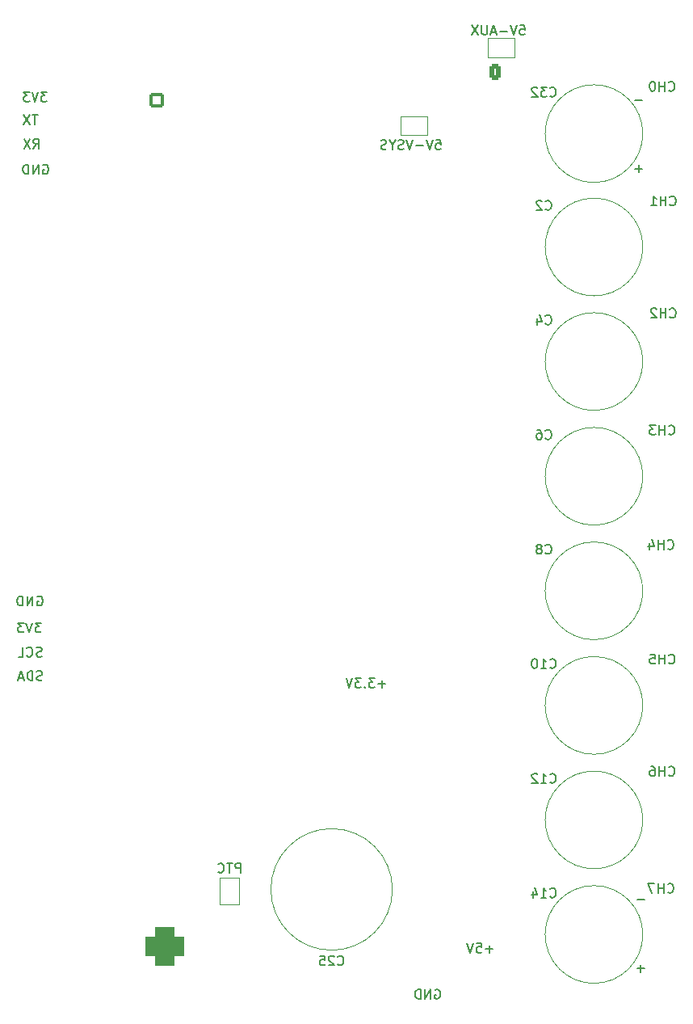
<source format=gbr>
%TF.GenerationSoftware,KiCad,Pcbnew,9.0.6*%
%TF.CreationDate,2025-11-30T21:04:56+01:00*%
%TF.ProjectId,controller,636f6e74-726f-46c6-9c65-722e6b696361,rev?*%
%TF.SameCoordinates,Original*%
%TF.FileFunction,Legend,Bot*%
%TF.FilePolarity,Positive*%
%FSLAX46Y46*%
G04 Gerber Fmt 4.6, Leading zero omitted, Abs format (unit mm)*
G04 Created by KiCad (PCBNEW 9.0.6) date 2025-11-30 21:04:56*
%MOMM*%
%LPD*%
G01*
G04 APERTURE LIST*
G04 Aperture macros list*
%AMRoundRect*
0 Rectangle with rounded corners*
0 $1 Rounding radius*
0 $2 $3 $4 $5 $6 $7 $8 $9 X,Y pos of 4 corners*
0 Add a 4 corners polygon primitive as box body*
4,1,4,$2,$3,$4,$5,$6,$7,$8,$9,$2,$3,0*
0 Add four circle primitives for the rounded corners*
1,1,$1+$1,$2,$3*
1,1,$1+$1,$4,$5*
1,1,$1+$1,$6,$7*
1,1,$1+$1,$8,$9*
0 Add four rect primitives between the rounded corners*
20,1,$1+$1,$2,$3,$4,$5,0*
20,1,$1+$1,$4,$5,$6,$7,0*
20,1,$1+$1,$6,$7,$8,$9,0*
20,1,$1+$1,$8,$9,$2,$3,0*%
%AMFreePoly0*
4,1,37,0.603843,0.796157,0.639018,0.796157,0.711114,0.766294,0.766294,0.711114,0.796157,0.639018,0.796157,0.603843,0.800000,0.600000,0.800000,-0.600000,0.796157,-0.603843,0.796157,-0.639018,0.766294,-0.711114,0.711114,-0.766294,0.639018,-0.796157,0.603843,-0.796157,0.600000,-0.800000,0.000000,-0.800000,0.000000,-0.796148,-0.078414,-0.796148,-0.232228,-0.765552,-0.377117,-0.705537,
-0.507515,-0.618408,-0.618408,-0.507515,-0.705537,-0.377117,-0.765552,-0.232228,-0.796148,-0.078414,-0.796148,0.078414,-0.765552,0.232228,-0.705537,0.377117,-0.618408,0.507515,-0.507515,0.618408,-0.377117,0.705537,-0.232228,0.765552,-0.078414,0.796148,0.000000,0.796148,0.000000,0.800000,0.600000,0.800000,0.603843,0.796157,0.603843,0.796157,$1*%
%AMFreePoly1*
4,1,37,0.000000,0.796148,0.078414,0.796148,0.232228,0.765552,0.377117,0.705537,0.507515,0.618408,0.618408,0.507515,0.705537,0.377117,0.765552,0.232228,0.796148,0.078414,0.796148,-0.078414,0.765552,-0.232228,0.705537,-0.377117,0.618408,-0.507515,0.507515,-0.618408,0.377117,-0.705537,0.232228,-0.765552,0.078414,-0.796148,0.000000,-0.796148,0.000000,-0.800000,-0.600000,-0.800000,
-0.603843,-0.796157,-0.639018,-0.796157,-0.711114,-0.766294,-0.766294,-0.711114,-0.796157,-0.639018,-0.796157,-0.603843,-0.800000,-0.600000,-0.800000,0.600000,-0.796157,0.603843,-0.796157,0.639018,-0.766294,0.711114,-0.711114,0.766294,-0.639018,0.796157,-0.603843,0.796157,-0.600000,0.800000,0.000000,0.800000,0.000000,0.796148,0.000000,0.796148,$1*%
G04 Aperture macros list end*
%ADD10C,0.150000*%
%ADD11C,0.120000*%
%ADD12C,2.200000*%
%ADD13C,1.850000*%
%ADD14RoundRect,0.200000X-0.600000X-0.600000X0.600000X-0.600000X0.600000X0.600000X-0.600000X0.600000X0*%
%ADD15C,1.600000*%
%ADD16FreePoly0,0.000000*%
%ADD17FreePoly1,0.000000*%
%ADD18C,2.000000*%
%ADD19R,1.700000X1.700000*%
%ADD20C,1.700000*%
%ADD21R,2.000000X2.000000*%
%ADD22C,3.600000*%
%ADD23C,5.700000*%
%ADD24R,2.000000X0.900000*%
%ADD25RoundRect,1.025000X1.025000X-1.025000X1.025000X1.025000X-1.025000X1.025000X-1.025000X-1.025000X0*%
%ADD26C,4.100000*%
%ADD27RoundRect,0.250000X0.350000X0.625000X-0.350000X0.625000X-0.350000X-0.625000X0.350000X-0.625000X0*%
%ADD28O,1.200000X1.750000*%
%ADD29R,1.000000X1.500000*%
%ADD30R,1.500000X1.000000*%
G04 APERTURE END LIST*
D10*
X104841792Y-73274580D02*
X104889411Y-73322200D01*
X104889411Y-73322200D02*
X105032268Y-73369819D01*
X105032268Y-73369819D02*
X105127506Y-73369819D01*
X105127506Y-73369819D02*
X105270363Y-73322200D01*
X105270363Y-73322200D02*
X105365601Y-73226961D01*
X105365601Y-73226961D02*
X105413220Y-73131723D01*
X105413220Y-73131723D02*
X105460839Y-72941247D01*
X105460839Y-72941247D02*
X105460839Y-72798390D01*
X105460839Y-72798390D02*
X105413220Y-72607914D01*
X105413220Y-72607914D02*
X105365601Y-72512676D01*
X105365601Y-72512676D02*
X105270363Y-72417438D01*
X105270363Y-72417438D02*
X105127506Y-72369819D01*
X105127506Y-72369819D02*
X105032268Y-72369819D01*
X105032268Y-72369819D02*
X104889411Y-72417438D01*
X104889411Y-72417438D02*
X104841792Y-72465057D01*
X104413220Y-73369819D02*
X104413220Y-72369819D01*
X104413220Y-72846009D02*
X103841792Y-72846009D01*
X103841792Y-73369819D02*
X103841792Y-72369819D01*
X103460839Y-72369819D02*
X102841792Y-72369819D01*
X102841792Y-72369819D02*
X103175125Y-72750771D01*
X103175125Y-72750771D02*
X103032268Y-72750771D01*
X103032268Y-72750771D02*
X102937030Y-72798390D01*
X102937030Y-72798390D02*
X102889411Y-72846009D01*
X102889411Y-72846009D02*
X102841792Y-72941247D01*
X102841792Y-72941247D02*
X102841792Y-73179342D01*
X102841792Y-73179342D02*
X102889411Y-73274580D01*
X102889411Y-73274580D02*
X102937030Y-73322200D01*
X102937030Y-73322200D02*
X103032268Y-73369819D01*
X103032268Y-73369819D02*
X103317982Y-73369819D01*
X103317982Y-73369819D02*
X103413220Y-73322200D01*
X103413220Y-73322200D02*
X103460839Y-73274580D01*
X104841792Y-109024580D02*
X104889411Y-109072200D01*
X104889411Y-109072200D02*
X105032268Y-109119819D01*
X105032268Y-109119819D02*
X105127506Y-109119819D01*
X105127506Y-109119819D02*
X105270363Y-109072200D01*
X105270363Y-109072200D02*
X105365601Y-108976961D01*
X105365601Y-108976961D02*
X105413220Y-108881723D01*
X105413220Y-108881723D02*
X105460839Y-108691247D01*
X105460839Y-108691247D02*
X105460839Y-108548390D01*
X105460839Y-108548390D02*
X105413220Y-108357914D01*
X105413220Y-108357914D02*
X105365601Y-108262676D01*
X105365601Y-108262676D02*
X105270363Y-108167438D01*
X105270363Y-108167438D02*
X105127506Y-108119819D01*
X105127506Y-108119819D02*
X105032268Y-108119819D01*
X105032268Y-108119819D02*
X104889411Y-108167438D01*
X104889411Y-108167438D02*
X104841792Y-108215057D01*
X104413220Y-109119819D02*
X104413220Y-108119819D01*
X104413220Y-108596009D02*
X103841792Y-108596009D01*
X103841792Y-109119819D02*
X103841792Y-108119819D01*
X102937030Y-108119819D02*
X103127506Y-108119819D01*
X103127506Y-108119819D02*
X103222744Y-108167438D01*
X103222744Y-108167438D02*
X103270363Y-108215057D01*
X103270363Y-108215057D02*
X103365601Y-108357914D01*
X103365601Y-108357914D02*
X103413220Y-108548390D01*
X103413220Y-108548390D02*
X103413220Y-108929342D01*
X103413220Y-108929342D02*
X103365601Y-109024580D01*
X103365601Y-109024580D02*
X103317982Y-109072200D01*
X103317982Y-109072200D02*
X103222744Y-109119819D01*
X103222744Y-109119819D02*
X103032268Y-109119819D01*
X103032268Y-109119819D02*
X102937030Y-109072200D01*
X102937030Y-109072200D02*
X102889411Y-109024580D01*
X102889411Y-109024580D02*
X102841792Y-108929342D01*
X102841792Y-108929342D02*
X102841792Y-108691247D01*
X102841792Y-108691247D02*
X102889411Y-108596009D01*
X102889411Y-108596009D02*
X102937030Y-108548390D01*
X102937030Y-108548390D02*
X103032268Y-108500771D01*
X103032268Y-108500771D02*
X103222744Y-108500771D01*
X103222744Y-108500771D02*
X103317982Y-108548390D01*
X103317982Y-108548390D02*
X103365601Y-108596009D01*
X103365601Y-108596009D02*
X103413220Y-108691247D01*
X38239410Y-43369819D02*
X38572743Y-42893628D01*
X38810838Y-43369819D02*
X38810838Y-42369819D01*
X38810838Y-42369819D02*
X38429886Y-42369819D01*
X38429886Y-42369819D02*
X38334648Y-42417438D01*
X38334648Y-42417438D02*
X38287029Y-42465057D01*
X38287029Y-42465057D02*
X38239410Y-42560295D01*
X38239410Y-42560295D02*
X38239410Y-42703152D01*
X38239410Y-42703152D02*
X38287029Y-42798390D01*
X38287029Y-42798390D02*
X38334648Y-42846009D01*
X38334648Y-42846009D02*
X38429886Y-42893628D01*
X38429886Y-42893628D02*
X38810838Y-42893628D01*
X37906076Y-42369819D02*
X37239410Y-43369819D01*
X37239410Y-42369819D02*
X37906076Y-43369819D01*
X104721792Y-121274580D02*
X104769411Y-121322200D01*
X104769411Y-121322200D02*
X104912268Y-121369819D01*
X104912268Y-121369819D02*
X105007506Y-121369819D01*
X105007506Y-121369819D02*
X105150363Y-121322200D01*
X105150363Y-121322200D02*
X105245601Y-121226961D01*
X105245601Y-121226961D02*
X105293220Y-121131723D01*
X105293220Y-121131723D02*
X105340839Y-120941247D01*
X105340839Y-120941247D02*
X105340839Y-120798390D01*
X105340839Y-120798390D02*
X105293220Y-120607914D01*
X105293220Y-120607914D02*
X105245601Y-120512676D01*
X105245601Y-120512676D02*
X105150363Y-120417438D01*
X105150363Y-120417438D02*
X105007506Y-120369819D01*
X105007506Y-120369819D02*
X104912268Y-120369819D01*
X104912268Y-120369819D02*
X104769411Y-120417438D01*
X104769411Y-120417438D02*
X104721792Y-120465057D01*
X104293220Y-121369819D02*
X104293220Y-120369819D01*
X104293220Y-120846009D02*
X103721792Y-120846009D01*
X103721792Y-121369819D02*
X103721792Y-120369819D01*
X103340839Y-120369819D02*
X102674173Y-120369819D01*
X102674173Y-120369819D02*
X103102744Y-121369819D01*
X39237029Y-45117438D02*
X39332267Y-45069819D01*
X39332267Y-45069819D02*
X39475124Y-45069819D01*
X39475124Y-45069819D02*
X39617981Y-45117438D01*
X39617981Y-45117438D02*
X39713219Y-45212676D01*
X39713219Y-45212676D02*
X39760838Y-45307914D01*
X39760838Y-45307914D02*
X39808457Y-45498390D01*
X39808457Y-45498390D02*
X39808457Y-45641247D01*
X39808457Y-45641247D02*
X39760838Y-45831723D01*
X39760838Y-45831723D02*
X39713219Y-45926961D01*
X39713219Y-45926961D02*
X39617981Y-46022200D01*
X39617981Y-46022200D02*
X39475124Y-46069819D01*
X39475124Y-46069819D02*
X39379886Y-46069819D01*
X39379886Y-46069819D02*
X39237029Y-46022200D01*
X39237029Y-46022200D02*
X39189410Y-45974580D01*
X39189410Y-45974580D02*
X39189410Y-45641247D01*
X39189410Y-45641247D02*
X39379886Y-45641247D01*
X38760838Y-46069819D02*
X38760838Y-45069819D01*
X38760838Y-45069819D02*
X38189410Y-46069819D01*
X38189410Y-46069819D02*
X38189410Y-45069819D01*
X37713219Y-46069819D02*
X37713219Y-45069819D01*
X37713219Y-45069819D02*
X37475124Y-45069819D01*
X37475124Y-45069819D02*
X37332267Y-45117438D01*
X37332267Y-45117438D02*
X37237029Y-45212676D01*
X37237029Y-45212676D02*
X37189410Y-45307914D01*
X37189410Y-45307914D02*
X37141791Y-45498390D01*
X37141791Y-45498390D02*
X37141791Y-45641247D01*
X37141791Y-45641247D02*
X37189410Y-45831723D01*
X37189410Y-45831723D02*
X37237029Y-45926961D01*
X37237029Y-45926961D02*
X37332267Y-46022200D01*
X37332267Y-46022200D02*
X37475124Y-46069819D01*
X37475124Y-46069819D02*
X37713219Y-46069819D01*
X102063220Y-45488866D02*
X101301316Y-45488866D01*
X101682268Y-45869819D02*
X101682268Y-45107914D01*
X86413220Y-127238866D02*
X85651316Y-127238866D01*
X86032268Y-127619819D02*
X86032268Y-126857914D01*
X84698935Y-126619819D02*
X85175125Y-126619819D01*
X85175125Y-126619819D02*
X85222744Y-127096009D01*
X85222744Y-127096009D02*
X85175125Y-127048390D01*
X85175125Y-127048390D02*
X85079887Y-127000771D01*
X85079887Y-127000771D02*
X84841792Y-127000771D01*
X84841792Y-127000771D02*
X84746554Y-127048390D01*
X84746554Y-127048390D02*
X84698935Y-127096009D01*
X84698935Y-127096009D02*
X84651316Y-127191247D01*
X84651316Y-127191247D02*
X84651316Y-127429342D01*
X84651316Y-127429342D02*
X84698935Y-127524580D01*
X84698935Y-127524580D02*
X84746554Y-127572200D01*
X84746554Y-127572200D02*
X84841792Y-127619819D01*
X84841792Y-127619819D02*
X85079887Y-127619819D01*
X85079887Y-127619819D02*
X85175125Y-127572200D01*
X85175125Y-127572200D02*
X85222744Y-127524580D01*
X84365601Y-126619819D02*
X84032268Y-127619819D01*
X84032268Y-127619819D02*
X83698935Y-126619819D01*
X38703695Y-39869819D02*
X38132267Y-39869819D01*
X38417981Y-40869819D02*
X38417981Y-39869819D01*
X37894171Y-39869819D02*
X37227505Y-40869819D01*
X37227505Y-39869819D02*
X37894171Y-40869819D01*
X80339411Y-131517438D02*
X80434649Y-131469819D01*
X80434649Y-131469819D02*
X80577506Y-131469819D01*
X80577506Y-131469819D02*
X80720363Y-131517438D01*
X80720363Y-131517438D02*
X80815601Y-131612676D01*
X80815601Y-131612676D02*
X80863220Y-131707914D01*
X80863220Y-131707914D02*
X80910839Y-131898390D01*
X80910839Y-131898390D02*
X80910839Y-132041247D01*
X80910839Y-132041247D02*
X80863220Y-132231723D01*
X80863220Y-132231723D02*
X80815601Y-132326961D01*
X80815601Y-132326961D02*
X80720363Y-132422200D01*
X80720363Y-132422200D02*
X80577506Y-132469819D01*
X80577506Y-132469819D02*
X80482268Y-132469819D01*
X80482268Y-132469819D02*
X80339411Y-132422200D01*
X80339411Y-132422200D02*
X80291792Y-132374580D01*
X80291792Y-132374580D02*
X80291792Y-132041247D01*
X80291792Y-132041247D02*
X80482268Y-132041247D01*
X79863220Y-132469819D02*
X79863220Y-131469819D01*
X79863220Y-131469819D02*
X79291792Y-132469819D01*
X79291792Y-132469819D02*
X79291792Y-131469819D01*
X78815601Y-132469819D02*
X78815601Y-131469819D01*
X78815601Y-131469819D02*
X78577506Y-131469819D01*
X78577506Y-131469819D02*
X78434649Y-131517438D01*
X78434649Y-131517438D02*
X78339411Y-131612676D01*
X78339411Y-131612676D02*
X78291792Y-131707914D01*
X78291792Y-131707914D02*
X78244173Y-131898390D01*
X78244173Y-131898390D02*
X78244173Y-132041247D01*
X78244173Y-132041247D02*
X78291792Y-132231723D01*
X78291792Y-132231723D02*
X78339411Y-132326961D01*
X78339411Y-132326961D02*
X78434649Y-132422200D01*
X78434649Y-132422200D02*
X78577506Y-132469819D01*
X78577506Y-132469819D02*
X78815601Y-132469819D01*
X102063220Y-38288866D02*
X101301316Y-38288866D01*
X102263220Y-122088866D02*
X101501316Y-122088866D01*
X75163220Y-99488866D02*
X74401316Y-99488866D01*
X74782268Y-99869819D02*
X74782268Y-99107914D01*
X74020363Y-98869819D02*
X73401316Y-98869819D01*
X73401316Y-98869819D02*
X73734649Y-99250771D01*
X73734649Y-99250771D02*
X73591792Y-99250771D01*
X73591792Y-99250771D02*
X73496554Y-99298390D01*
X73496554Y-99298390D02*
X73448935Y-99346009D01*
X73448935Y-99346009D02*
X73401316Y-99441247D01*
X73401316Y-99441247D02*
X73401316Y-99679342D01*
X73401316Y-99679342D02*
X73448935Y-99774580D01*
X73448935Y-99774580D02*
X73496554Y-99822200D01*
X73496554Y-99822200D02*
X73591792Y-99869819D01*
X73591792Y-99869819D02*
X73877506Y-99869819D01*
X73877506Y-99869819D02*
X73972744Y-99822200D01*
X73972744Y-99822200D02*
X74020363Y-99774580D01*
X72972744Y-99774580D02*
X72925125Y-99822200D01*
X72925125Y-99822200D02*
X72972744Y-99869819D01*
X72972744Y-99869819D02*
X73020363Y-99822200D01*
X73020363Y-99822200D02*
X72972744Y-99774580D01*
X72972744Y-99774580D02*
X72972744Y-99869819D01*
X72591792Y-98869819D02*
X71972745Y-98869819D01*
X71972745Y-98869819D02*
X72306078Y-99250771D01*
X72306078Y-99250771D02*
X72163221Y-99250771D01*
X72163221Y-99250771D02*
X72067983Y-99298390D01*
X72067983Y-99298390D02*
X72020364Y-99346009D01*
X72020364Y-99346009D02*
X71972745Y-99441247D01*
X71972745Y-99441247D02*
X71972745Y-99679342D01*
X71972745Y-99679342D02*
X72020364Y-99774580D01*
X72020364Y-99774580D02*
X72067983Y-99822200D01*
X72067983Y-99822200D02*
X72163221Y-99869819D01*
X72163221Y-99869819D02*
X72448935Y-99869819D01*
X72448935Y-99869819D02*
X72544173Y-99822200D01*
X72544173Y-99822200D02*
X72591792Y-99774580D01*
X71687030Y-98869819D02*
X71353697Y-99869819D01*
X71353697Y-99869819D02*
X71020364Y-98869819D01*
X39656076Y-37469819D02*
X39037029Y-37469819D01*
X39037029Y-37469819D02*
X39370362Y-37850771D01*
X39370362Y-37850771D02*
X39227505Y-37850771D01*
X39227505Y-37850771D02*
X39132267Y-37898390D01*
X39132267Y-37898390D02*
X39084648Y-37946009D01*
X39084648Y-37946009D02*
X39037029Y-38041247D01*
X39037029Y-38041247D02*
X39037029Y-38279342D01*
X39037029Y-38279342D02*
X39084648Y-38374580D01*
X39084648Y-38374580D02*
X39132267Y-38422200D01*
X39132267Y-38422200D02*
X39227505Y-38469819D01*
X39227505Y-38469819D02*
X39513219Y-38469819D01*
X39513219Y-38469819D02*
X39608457Y-38422200D01*
X39608457Y-38422200D02*
X39656076Y-38374580D01*
X38751314Y-37469819D02*
X38417981Y-38469819D01*
X38417981Y-38469819D02*
X38084648Y-37469819D01*
X37846552Y-37469819D02*
X37227505Y-37469819D01*
X37227505Y-37469819D02*
X37560838Y-37850771D01*
X37560838Y-37850771D02*
X37417981Y-37850771D01*
X37417981Y-37850771D02*
X37322743Y-37898390D01*
X37322743Y-37898390D02*
X37275124Y-37946009D01*
X37275124Y-37946009D02*
X37227505Y-38041247D01*
X37227505Y-38041247D02*
X37227505Y-38279342D01*
X37227505Y-38279342D02*
X37275124Y-38374580D01*
X37275124Y-38374580D02*
X37322743Y-38422200D01*
X37322743Y-38422200D02*
X37417981Y-38469819D01*
X37417981Y-38469819D02*
X37703695Y-38469819D01*
X37703695Y-38469819D02*
X37798933Y-38422200D01*
X37798933Y-38422200D02*
X37846552Y-38374580D01*
X59942856Y-119269819D02*
X59942856Y-118269819D01*
X59942856Y-118269819D02*
X59561904Y-118269819D01*
X59561904Y-118269819D02*
X59466666Y-118317438D01*
X59466666Y-118317438D02*
X59419047Y-118365057D01*
X59419047Y-118365057D02*
X59371428Y-118460295D01*
X59371428Y-118460295D02*
X59371428Y-118603152D01*
X59371428Y-118603152D02*
X59419047Y-118698390D01*
X59419047Y-118698390D02*
X59466666Y-118746009D01*
X59466666Y-118746009D02*
X59561904Y-118793628D01*
X59561904Y-118793628D02*
X59942856Y-118793628D01*
X59085713Y-118269819D02*
X58514285Y-118269819D01*
X58799999Y-119269819D02*
X58799999Y-118269819D01*
X57609523Y-119174580D02*
X57657142Y-119222200D01*
X57657142Y-119222200D02*
X57799999Y-119269819D01*
X57799999Y-119269819D02*
X57895237Y-119269819D01*
X57895237Y-119269819D02*
X58038094Y-119222200D01*
X58038094Y-119222200D02*
X58133332Y-119126961D01*
X58133332Y-119126961D02*
X58180951Y-119031723D01*
X58180951Y-119031723D02*
X58228570Y-118841247D01*
X58228570Y-118841247D02*
X58228570Y-118698390D01*
X58228570Y-118698390D02*
X58180951Y-118507914D01*
X58180951Y-118507914D02*
X58133332Y-118412676D01*
X58133332Y-118412676D02*
X58038094Y-118317438D01*
X58038094Y-118317438D02*
X57895237Y-118269819D01*
X57895237Y-118269819D02*
X57799999Y-118269819D01*
X57799999Y-118269819D02*
X57657142Y-118317438D01*
X57657142Y-118317438D02*
X57609523Y-118365057D01*
X39117730Y-96572200D02*
X38974873Y-96619819D01*
X38974873Y-96619819D02*
X38736778Y-96619819D01*
X38736778Y-96619819D02*
X38641540Y-96572200D01*
X38641540Y-96572200D02*
X38593921Y-96524580D01*
X38593921Y-96524580D02*
X38546302Y-96429342D01*
X38546302Y-96429342D02*
X38546302Y-96334104D01*
X38546302Y-96334104D02*
X38593921Y-96238866D01*
X38593921Y-96238866D02*
X38641540Y-96191247D01*
X38641540Y-96191247D02*
X38736778Y-96143628D01*
X38736778Y-96143628D02*
X38927254Y-96096009D01*
X38927254Y-96096009D02*
X39022492Y-96048390D01*
X39022492Y-96048390D02*
X39070111Y-96000771D01*
X39070111Y-96000771D02*
X39117730Y-95905533D01*
X39117730Y-95905533D02*
X39117730Y-95810295D01*
X39117730Y-95810295D02*
X39070111Y-95715057D01*
X39070111Y-95715057D02*
X39022492Y-95667438D01*
X39022492Y-95667438D02*
X38927254Y-95619819D01*
X38927254Y-95619819D02*
X38689159Y-95619819D01*
X38689159Y-95619819D02*
X38546302Y-95667438D01*
X37546302Y-96524580D02*
X37593921Y-96572200D01*
X37593921Y-96572200D02*
X37736778Y-96619819D01*
X37736778Y-96619819D02*
X37832016Y-96619819D01*
X37832016Y-96619819D02*
X37974873Y-96572200D01*
X37974873Y-96572200D02*
X38070111Y-96476961D01*
X38070111Y-96476961D02*
X38117730Y-96381723D01*
X38117730Y-96381723D02*
X38165349Y-96191247D01*
X38165349Y-96191247D02*
X38165349Y-96048390D01*
X38165349Y-96048390D02*
X38117730Y-95857914D01*
X38117730Y-95857914D02*
X38070111Y-95762676D01*
X38070111Y-95762676D02*
X37974873Y-95667438D01*
X37974873Y-95667438D02*
X37832016Y-95619819D01*
X37832016Y-95619819D02*
X37736778Y-95619819D01*
X37736778Y-95619819D02*
X37593921Y-95667438D01*
X37593921Y-95667438D02*
X37546302Y-95715057D01*
X36641540Y-96619819D02*
X37117730Y-96619819D01*
X37117730Y-96619819D02*
X37117730Y-95619819D01*
X80419047Y-42469819D02*
X80895237Y-42469819D01*
X80895237Y-42469819D02*
X80942856Y-42946009D01*
X80942856Y-42946009D02*
X80895237Y-42898390D01*
X80895237Y-42898390D02*
X80799999Y-42850771D01*
X80799999Y-42850771D02*
X80561904Y-42850771D01*
X80561904Y-42850771D02*
X80466666Y-42898390D01*
X80466666Y-42898390D02*
X80419047Y-42946009D01*
X80419047Y-42946009D02*
X80371428Y-43041247D01*
X80371428Y-43041247D02*
X80371428Y-43279342D01*
X80371428Y-43279342D02*
X80419047Y-43374580D01*
X80419047Y-43374580D02*
X80466666Y-43422200D01*
X80466666Y-43422200D02*
X80561904Y-43469819D01*
X80561904Y-43469819D02*
X80799999Y-43469819D01*
X80799999Y-43469819D02*
X80895237Y-43422200D01*
X80895237Y-43422200D02*
X80942856Y-43374580D01*
X80085713Y-42469819D02*
X79752380Y-43469819D01*
X79752380Y-43469819D02*
X79419047Y-42469819D01*
X79085713Y-43088866D02*
X78323809Y-43088866D01*
X77990475Y-42469819D02*
X77657142Y-43469819D01*
X77657142Y-43469819D02*
X77323809Y-42469819D01*
X77038094Y-43422200D02*
X76895237Y-43469819D01*
X76895237Y-43469819D02*
X76657142Y-43469819D01*
X76657142Y-43469819D02*
X76561904Y-43422200D01*
X76561904Y-43422200D02*
X76514285Y-43374580D01*
X76514285Y-43374580D02*
X76466666Y-43279342D01*
X76466666Y-43279342D02*
X76466666Y-43184104D01*
X76466666Y-43184104D02*
X76514285Y-43088866D01*
X76514285Y-43088866D02*
X76561904Y-43041247D01*
X76561904Y-43041247D02*
X76657142Y-42993628D01*
X76657142Y-42993628D02*
X76847618Y-42946009D01*
X76847618Y-42946009D02*
X76942856Y-42898390D01*
X76942856Y-42898390D02*
X76990475Y-42850771D01*
X76990475Y-42850771D02*
X77038094Y-42755533D01*
X77038094Y-42755533D02*
X77038094Y-42660295D01*
X77038094Y-42660295D02*
X76990475Y-42565057D01*
X76990475Y-42565057D02*
X76942856Y-42517438D01*
X76942856Y-42517438D02*
X76847618Y-42469819D01*
X76847618Y-42469819D02*
X76609523Y-42469819D01*
X76609523Y-42469819D02*
X76466666Y-42517438D01*
X75847618Y-42993628D02*
X75847618Y-43469819D01*
X76180951Y-42469819D02*
X75847618Y-42993628D01*
X75847618Y-42993628D02*
X75514285Y-42469819D01*
X75228570Y-43422200D02*
X75085713Y-43469819D01*
X75085713Y-43469819D02*
X74847618Y-43469819D01*
X74847618Y-43469819D02*
X74752380Y-43422200D01*
X74752380Y-43422200D02*
X74704761Y-43374580D01*
X74704761Y-43374580D02*
X74657142Y-43279342D01*
X74657142Y-43279342D02*
X74657142Y-43184104D01*
X74657142Y-43184104D02*
X74704761Y-43088866D01*
X74704761Y-43088866D02*
X74752380Y-43041247D01*
X74752380Y-43041247D02*
X74847618Y-42993628D01*
X74847618Y-42993628D02*
X75038094Y-42946009D01*
X75038094Y-42946009D02*
X75133332Y-42898390D01*
X75133332Y-42898390D02*
X75180951Y-42850771D01*
X75180951Y-42850771D02*
X75228570Y-42755533D01*
X75228570Y-42755533D02*
X75228570Y-42660295D01*
X75228570Y-42660295D02*
X75180951Y-42565057D01*
X75180951Y-42565057D02*
X75133332Y-42517438D01*
X75133332Y-42517438D02*
X75038094Y-42469819D01*
X75038094Y-42469819D02*
X74799999Y-42469819D01*
X74799999Y-42469819D02*
X74657142Y-42517438D01*
X104961792Y-49274580D02*
X105009411Y-49322200D01*
X105009411Y-49322200D02*
X105152268Y-49369819D01*
X105152268Y-49369819D02*
X105247506Y-49369819D01*
X105247506Y-49369819D02*
X105390363Y-49322200D01*
X105390363Y-49322200D02*
X105485601Y-49226961D01*
X105485601Y-49226961D02*
X105533220Y-49131723D01*
X105533220Y-49131723D02*
X105580839Y-48941247D01*
X105580839Y-48941247D02*
X105580839Y-48798390D01*
X105580839Y-48798390D02*
X105533220Y-48607914D01*
X105533220Y-48607914D02*
X105485601Y-48512676D01*
X105485601Y-48512676D02*
X105390363Y-48417438D01*
X105390363Y-48417438D02*
X105247506Y-48369819D01*
X105247506Y-48369819D02*
X105152268Y-48369819D01*
X105152268Y-48369819D02*
X105009411Y-48417438D01*
X105009411Y-48417438D02*
X104961792Y-48465057D01*
X104533220Y-49369819D02*
X104533220Y-48369819D01*
X104533220Y-48846009D02*
X103961792Y-48846009D01*
X103961792Y-49369819D02*
X103961792Y-48369819D01*
X102961792Y-49369819D02*
X103533220Y-49369819D01*
X103247506Y-49369819D02*
X103247506Y-48369819D01*
X103247506Y-48369819D02*
X103342744Y-48512676D01*
X103342744Y-48512676D02*
X103437982Y-48607914D01*
X103437982Y-48607914D02*
X103533220Y-48655533D01*
X39158457Y-99072200D02*
X39015600Y-99119819D01*
X39015600Y-99119819D02*
X38777505Y-99119819D01*
X38777505Y-99119819D02*
X38682267Y-99072200D01*
X38682267Y-99072200D02*
X38634648Y-99024580D01*
X38634648Y-99024580D02*
X38587029Y-98929342D01*
X38587029Y-98929342D02*
X38587029Y-98834104D01*
X38587029Y-98834104D02*
X38634648Y-98738866D01*
X38634648Y-98738866D02*
X38682267Y-98691247D01*
X38682267Y-98691247D02*
X38777505Y-98643628D01*
X38777505Y-98643628D02*
X38967981Y-98596009D01*
X38967981Y-98596009D02*
X39063219Y-98548390D01*
X39063219Y-98548390D02*
X39110838Y-98500771D01*
X39110838Y-98500771D02*
X39158457Y-98405533D01*
X39158457Y-98405533D02*
X39158457Y-98310295D01*
X39158457Y-98310295D02*
X39110838Y-98215057D01*
X39110838Y-98215057D02*
X39063219Y-98167438D01*
X39063219Y-98167438D02*
X38967981Y-98119819D01*
X38967981Y-98119819D02*
X38729886Y-98119819D01*
X38729886Y-98119819D02*
X38587029Y-98167438D01*
X38158457Y-99119819D02*
X38158457Y-98119819D01*
X38158457Y-98119819D02*
X37920362Y-98119819D01*
X37920362Y-98119819D02*
X37777505Y-98167438D01*
X37777505Y-98167438D02*
X37682267Y-98262676D01*
X37682267Y-98262676D02*
X37634648Y-98357914D01*
X37634648Y-98357914D02*
X37587029Y-98548390D01*
X37587029Y-98548390D02*
X37587029Y-98691247D01*
X37587029Y-98691247D02*
X37634648Y-98881723D01*
X37634648Y-98881723D02*
X37682267Y-98976961D01*
X37682267Y-98976961D02*
X37777505Y-99072200D01*
X37777505Y-99072200D02*
X37920362Y-99119819D01*
X37920362Y-99119819D02*
X38158457Y-99119819D01*
X37206076Y-98834104D02*
X36729886Y-98834104D01*
X37301314Y-99119819D02*
X36967981Y-98119819D01*
X36967981Y-98119819D02*
X36634648Y-99119819D01*
X38637029Y-90317438D02*
X38732267Y-90269819D01*
X38732267Y-90269819D02*
X38875124Y-90269819D01*
X38875124Y-90269819D02*
X39017981Y-90317438D01*
X39017981Y-90317438D02*
X39113219Y-90412676D01*
X39113219Y-90412676D02*
X39160838Y-90507914D01*
X39160838Y-90507914D02*
X39208457Y-90698390D01*
X39208457Y-90698390D02*
X39208457Y-90841247D01*
X39208457Y-90841247D02*
X39160838Y-91031723D01*
X39160838Y-91031723D02*
X39113219Y-91126961D01*
X39113219Y-91126961D02*
X39017981Y-91222200D01*
X39017981Y-91222200D02*
X38875124Y-91269819D01*
X38875124Y-91269819D02*
X38779886Y-91269819D01*
X38779886Y-91269819D02*
X38637029Y-91222200D01*
X38637029Y-91222200D02*
X38589410Y-91174580D01*
X38589410Y-91174580D02*
X38589410Y-90841247D01*
X38589410Y-90841247D02*
X38779886Y-90841247D01*
X38160838Y-91269819D02*
X38160838Y-90269819D01*
X38160838Y-90269819D02*
X37589410Y-91269819D01*
X37589410Y-91269819D02*
X37589410Y-90269819D01*
X37113219Y-91269819D02*
X37113219Y-90269819D01*
X37113219Y-90269819D02*
X36875124Y-90269819D01*
X36875124Y-90269819D02*
X36732267Y-90317438D01*
X36732267Y-90317438D02*
X36637029Y-90412676D01*
X36637029Y-90412676D02*
X36589410Y-90507914D01*
X36589410Y-90507914D02*
X36541791Y-90698390D01*
X36541791Y-90698390D02*
X36541791Y-90841247D01*
X36541791Y-90841247D02*
X36589410Y-91031723D01*
X36589410Y-91031723D02*
X36637029Y-91126961D01*
X36637029Y-91126961D02*
X36732267Y-91222200D01*
X36732267Y-91222200D02*
X36875124Y-91269819D01*
X36875124Y-91269819D02*
X37113219Y-91269819D01*
X89238095Y-30469819D02*
X89714285Y-30469819D01*
X89714285Y-30469819D02*
X89761904Y-30946009D01*
X89761904Y-30946009D02*
X89714285Y-30898390D01*
X89714285Y-30898390D02*
X89619047Y-30850771D01*
X89619047Y-30850771D02*
X89380952Y-30850771D01*
X89380952Y-30850771D02*
X89285714Y-30898390D01*
X89285714Y-30898390D02*
X89238095Y-30946009D01*
X89238095Y-30946009D02*
X89190476Y-31041247D01*
X89190476Y-31041247D02*
X89190476Y-31279342D01*
X89190476Y-31279342D02*
X89238095Y-31374580D01*
X89238095Y-31374580D02*
X89285714Y-31422200D01*
X89285714Y-31422200D02*
X89380952Y-31469819D01*
X89380952Y-31469819D02*
X89619047Y-31469819D01*
X89619047Y-31469819D02*
X89714285Y-31422200D01*
X89714285Y-31422200D02*
X89761904Y-31374580D01*
X88904761Y-30469819D02*
X88571428Y-31469819D01*
X88571428Y-31469819D02*
X88238095Y-30469819D01*
X87904761Y-31088866D02*
X87142857Y-31088866D01*
X86714285Y-31184104D02*
X86238095Y-31184104D01*
X86809523Y-31469819D02*
X86476190Y-30469819D01*
X86476190Y-30469819D02*
X86142857Y-31469819D01*
X85809523Y-30469819D02*
X85809523Y-31279342D01*
X85809523Y-31279342D02*
X85761904Y-31374580D01*
X85761904Y-31374580D02*
X85714285Y-31422200D01*
X85714285Y-31422200D02*
X85619047Y-31469819D01*
X85619047Y-31469819D02*
X85428571Y-31469819D01*
X85428571Y-31469819D02*
X85333333Y-31422200D01*
X85333333Y-31422200D02*
X85285714Y-31374580D01*
X85285714Y-31374580D02*
X85238095Y-31279342D01*
X85238095Y-31279342D02*
X85238095Y-30469819D01*
X84857142Y-30469819D02*
X84190476Y-31469819D01*
X84190476Y-30469819D02*
X84857142Y-31469819D01*
X102263220Y-129288866D02*
X101501316Y-129288866D01*
X101882268Y-129669819D02*
X101882268Y-128907914D01*
X104841792Y-37274580D02*
X104889411Y-37322200D01*
X104889411Y-37322200D02*
X105032268Y-37369819D01*
X105032268Y-37369819D02*
X105127506Y-37369819D01*
X105127506Y-37369819D02*
X105270363Y-37322200D01*
X105270363Y-37322200D02*
X105365601Y-37226961D01*
X105365601Y-37226961D02*
X105413220Y-37131723D01*
X105413220Y-37131723D02*
X105460839Y-36941247D01*
X105460839Y-36941247D02*
X105460839Y-36798390D01*
X105460839Y-36798390D02*
X105413220Y-36607914D01*
X105413220Y-36607914D02*
X105365601Y-36512676D01*
X105365601Y-36512676D02*
X105270363Y-36417438D01*
X105270363Y-36417438D02*
X105127506Y-36369819D01*
X105127506Y-36369819D02*
X105032268Y-36369819D01*
X105032268Y-36369819D02*
X104889411Y-36417438D01*
X104889411Y-36417438D02*
X104841792Y-36465057D01*
X104413220Y-37369819D02*
X104413220Y-36369819D01*
X104413220Y-36846009D02*
X103841792Y-36846009D01*
X103841792Y-37369819D02*
X103841792Y-36369819D01*
X103175125Y-36369819D02*
X103079887Y-36369819D01*
X103079887Y-36369819D02*
X102984649Y-36417438D01*
X102984649Y-36417438D02*
X102937030Y-36465057D01*
X102937030Y-36465057D02*
X102889411Y-36560295D01*
X102889411Y-36560295D02*
X102841792Y-36750771D01*
X102841792Y-36750771D02*
X102841792Y-36988866D01*
X102841792Y-36988866D02*
X102889411Y-37179342D01*
X102889411Y-37179342D02*
X102937030Y-37274580D01*
X102937030Y-37274580D02*
X102984649Y-37322200D01*
X102984649Y-37322200D02*
X103079887Y-37369819D01*
X103079887Y-37369819D02*
X103175125Y-37369819D01*
X103175125Y-37369819D02*
X103270363Y-37322200D01*
X103270363Y-37322200D02*
X103317982Y-37274580D01*
X103317982Y-37274580D02*
X103365601Y-37179342D01*
X103365601Y-37179342D02*
X103413220Y-36988866D01*
X103413220Y-36988866D02*
X103413220Y-36750771D01*
X103413220Y-36750771D02*
X103365601Y-36560295D01*
X103365601Y-36560295D02*
X103317982Y-36465057D01*
X103317982Y-36465057D02*
X103270363Y-36417438D01*
X103270363Y-36417438D02*
X103175125Y-36369819D01*
X104841792Y-97274580D02*
X104889411Y-97322200D01*
X104889411Y-97322200D02*
X105032268Y-97369819D01*
X105032268Y-97369819D02*
X105127506Y-97369819D01*
X105127506Y-97369819D02*
X105270363Y-97322200D01*
X105270363Y-97322200D02*
X105365601Y-97226961D01*
X105365601Y-97226961D02*
X105413220Y-97131723D01*
X105413220Y-97131723D02*
X105460839Y-96941247D01*
X105460839Y-96941247D02*
X105460839Y-96798390D01*
X105460839Y-96798390D02*
X105413220Y-96607914D01*
X105413220Y-96607914D02*
X105365601Y-96512676D01*
X105365601Y-96512676D02*
X105270363Y-96417438D01*
X105270363Y-96417438D02*
X105127506Y-96369819D01*
X105127506Y-96369819D02*
X105032268Y-96369819D01*
X105032268Y-96369819D02*
X104889411Y-96417438D01*
X104889411Y-96417438D02*
X104841792Y-96465057D01*
X104413220Y-97369819D02*
X104413220Y-96369819D01*
X104413220Y-96846009D02*
X103841792Y-96846009D01*
X103841792Y-97369819D02*
X103841792Y-96369819D01*
X102889411Y-96369819D02*
X103365601Y-96369819D01*
X103365601Y-96369819D02*
X103413220Y-96846009D01*
X103413220Y-96846009D02*
X103365601Y-96798390D01*
X103365601Y-96798390D02*
X103270363Y-96750771D01*
X103270363Y-96750771D02*
X103032268Y-96750771D01*
X103032268Y-96750771D02*
X102937030Y-96798390D01*
X102937030Y-96798390D02*
X102889411Y-96846009D01*
X102889411Y-96846009D02*
X102841792Y-96941247D01*
X102841792Y-96941247D02*
X102841792Y-97179342D01*
X102841792Y-97179342D02*
X102889411Y-97274580D01*
X102889411Y-97274580D02*
X102937030Y-97322200D01*
X102937030Y-97322200D02*
X103032268Y-97369819D01*
X103032268Y-97369819D02*
X103270363Y-97369819D01*
X103270363Y-97369819D02*
X103365601Y-97322200D01*
X103365601Y-97322200D02*
X103413220Y-97274580D01*
X104961792Y-61024580D02*
X105009411Y-61072200D01*
X105009411Y-61072200D02*
X105152268Y-61119819D01*
X105152268Y-61119819D02*
X105247506Y-61119819D01*
X105247506Y-61119819D02*
X105390363Y-61072200D01*
X105390363Y-61072200D02*
X105485601Y-60976961D01*
X105485601Y-60976961D02*
X105533220Y-60881723D01*
X105533220Y-60881723D02*
X105580839Y-60691247D01*
X105580839Y-60691247D02*
X105580839Y-60548390D01*
X105580839Y-60548390D02*
X105533220Y-60357914D01*
X105533220Y-60357914D02*
X105485601Y-60262676D01*
X105485601Y-60262676D02*
X105390363Y-60167438D01*
X105390363Y-60167438D02*
X105247506Y-60119819D01*
X105247506Y-60119819D02*
X105152268Y-60119819D01*
X105152268Y-60119819D02*
X105009411Y-60167438D01*
X105009411Y-60167438D02*
X104961792Y-60215057D01*
X104533220Y-61119819D02*
X104533220Y-60119819D01*
X104533220Y-60596009D02*
X103961792Y-60596009D01*
X103961792Y-61119819D02*
X103961792Y-60119819D01*
X103533220Y-60215057D02*
X103485601Y-60167438D01*
X103485601Y-60167438D02*
X103390363Y-60119819D01*
X103390363Y-60119819D02*
X103152268Y-60119819D01*
X103152268Y-60119819D02*
X103057030Y-60167438D01*
X103057030Y-60167438D02*
X103009411Y-60215057D01*
X103009411Y-60215057D02*
X102961792Y-60310295D01*
X102961792Y-60310295D02*
X102961792Y-60405533D01*
X102961792Y-60405533D02*
X103009411Y-60548390D01*
X103009411Y-60548390D02*
X103580839Y-61119819D01*
X103580839Y-61119819D02*
X102961792Y-61119819D01*
X39056076Y-93069819D02*
X38437029Y-93069819D01*
X38437029Y-93069819D02*
X38770362Y-93450771D01*
X38770362Y-93450771D02*
X38627505Y-93450771D01*
X38627505Y-93450771D02*
X38532267Y-93498390D01*
X38532267Y-93498390D02*
X38484648Y-93546009D01*
X38484648Y-93546009D02*
X38437029Y-93641247D01*
X38437029Y-93641247D02*
X38437029Y-93879342D01*
X38437029Y-93879342D02*
X38484648Y-93974580D01*
X38484648Y-93974580D02*
X38532267Y-94022200D01*
X38532267Y-94022200D02*
X38627505Y-94069819D01*
X38627505Y-94069819D02*
X38913219Y-94069819D01*
X38913219Y-94069819D02*
X39008457Y-94022200D01*
X39008457Y-94022200D02*
X39056076Y-93974580D01*
X38151314Y-93069819D02*
X37817981Y-94069819D01*
X37817981Y-94069819D02*
X37484648Y-93069819D01*
X37246552Y-93069819D02*
X36627505Y-93069819D01*
X36627505Y-93069819D02*
X36960838Y-93450771D01*
X36960838Y-93450771D02*
X36817981Y-93450771D01*
X36817981Y-93450771D02*
X36722743Y-93498390D01*
X36722743Y-93498390D02*
X36675124Y-93546009D01*
X36675124Y-93546009D02*
X36627505Y-93641247D01*
X36627505Y-93641247D02*
X36627505Y-93879342D01*
X36627505Y-93879342D02*
X36675124Y-93974580D01*
X36675124Y-93974580D02*
X36722743Y-94022200D01*
X36722743Y-94022200D02*
X36817981Y-94069819D01*
X36817981Y-94069819D02*
X37103695Y-94069819D01*
X37103695Y-94069819D02*
X37198933Y-94022200D01*
X37198933Y-94022200D02*
X37246552Y-93974580D01*
X104721792Y-85274580D02*
X104769411Y-85322200D01*
X104769411Y-85322200D02*
X104912268Y-85369819D01*
X104912268Y-85369819D02*
X105007506Y-85369819D01*
X105007506Y-85369819D02*
X105150363Y-85322200D01*
X105150363Y-85322200D02*
X105245601Y-85226961D01*
X105245601Y-85226961D02*
X105293220Y-85131723D01*
X105293220Y-85131723D02*
X105340839Y-84941247D01*
X105340839Y-84941247D02*
X105340839Y-84798390D01*
X105340839Y-84798390D02*
X105293220Y-84607914D01*
X105293220Y-84607914D02*
X105245601Y-84512676D01*
X105245601Y-84512676D02*
X105150363Y-84417438D01*
X105150363Y-84417438D02*
X105007506Y-84369819D01*
X105007506Y-84369819D02*
X104912268Y-84369819D01*
X104912268Y-84369819D02*
X104769411Y-84417438D01*
X104769411Y-84417438D02*
X104721792Y-84465057D01*
X104293220Y-85369819D02*
X104293220Y-84369819D01*
X104293220Y-84846009D02*
X103721792Y-84846009D01*
X103721792Y-85369819D02*
X103721792Y-84369819D01*
X102817030Y-84703152D02*
X102817030Y-85369819D01*
X103055125Y-84322200D02*
X103293220Y-85036485D01*
X103293220Y-85036485D02*
X102674173Y-85036485D01*
X91916666Y-73754580D02*
X91964285Y-73802200D01*
X91964285Y-73802200D02*
X92107142Y-73849819D01*
X92107142Y-73849819D02*
X92202380Y-73849819D01*
X92202380Y-73849819D02*
X92345237Y-73802200D01*
X92345237Y-73802200D02*
X92440475Y-73706961D01*
X92440475Y-73706961D02*
X92488094Y-73611723D01*
X92488094Y-73611723D02*
X92535713Y-73421247D01*
X92535713Y-73421247D02*
X92535713Y-73278390D01*
X92535713Y-73278390D02*
X92488094Y-73087914D01*
X92488094Y-73087914D02*
X92440475Y-72992676D01*
X92440475Y-72992676D02*
X92345237Y-72897438D01*
X92345237Y-72897438D02*
X92202380Y-72849819D01*
X92202380Y-72849819D02*
X92107142Y-72849819D01*
X92107142Y-72849819D02*
X91964285Y-72897438D01*
X91964285Y-72897438D02*
X91916666Y-72945057D01*
X91059523Y-72849819D02*
X91249999Y-72849819D01*
X91249999Y-72849819D02*
X91345237Y-72897438D01*
X91345237Y-72897438D02*
X91392856Y-72945057D01*
X91392856Y-72945057D02*
X91488094Y-73087914D01*
X91488094Y-73087914D02*
X91535713Y-73278390D01*
X91535713Y-73278390D02*
X91535713Y-73659342D01*
X91535713Y-73659342D02*
X91488094Y-73754580D01*
X91488094Y-73754580D02*
X91440475Y-73802200D01*
X91440475Y-73802200D02*
X91345237Y-73849819D01*
X91345237Y-73849819D02*
X91154761Y-73849819D01*
X91154761Y-73849819D02*
X91059523Y-73802200D01*
X91059523Y-73802200D02*
X91011904Y-73754580D01*
X91011904Y-73754580D02*
X90964285Y-73659342D01*
X90964285Y-73659342D02*
X90964285Y-73421247D01*
X90964285Y-73421247D02*
X91011904Y-73326009D01*
X91011904Y-73326009D02*
X91059523Y-73278390D01*
X91059523Y-73278390D02*
X91154761Y-73230771D01*
X91154761Y-73230771D02*
X91345237Y-73230771D01*
X91345237Y-73230771D02*
X91440475Y-73278390D01*
X91440475Y-73278390D02*
X91488094Y-73326009D01*
X91488094Y-73326009D02*
X91535713Y-73421247D01*
X92392857Y-121754580D02*
X92440476Y-121802200D01*
X92440476Y-121802200D02*
X92583333Y-121849819D01*
X92583333Y-121849819D02*
X92678571Y-121849819D01*
X92678571Y-121849819D02*
X92821428Y-121802200D01*
X92821428Y-121802200D02*
X92916666Y-121706961D01*
X92916666Y-121706961D02*
X92964285Y-121611723D01*
X92964285Y-121611723D02*
X93011904Y-121421247D01*
X93011904Y-121421247D02*
X93011904Y-121278390D01*
X93011904Y-121278390D02*
X92964285Y-121087914D01*
X92964285Y-121087914D02*
X92916666Y-120992676D01*
X92916666Y-120992676D02*
X92821428Y-120897438D01*
X92821428Y-120897438D02*
X92678571Y-120849819D01*
X92678571Y-120849819D02*
X92583333Y-120849819D01*
X92583333Y-120849819D02*
X92440476Y-120897438D01*
X92440476Y-120897438D02*
X92392857Y-120945057D01*
X91440476Y-121849819D02*
X92011904Y-121849819D01*
X91726190Y-121849819D02*
X91726190Y-120849819D01*
X91726190Y-120849819D02*
X91821428Y-120992676D01*
X91821428Y-120992676D02*
X91916666Y-121087914D01*
X91916666Y-121087914D02*
X92011904Y-121135533D01*
X90583333Y-121183152D02*
X90583333Y-121849819D01*
X90821428Y-120802200D02*
X91059523Y-121516485D01*
X91059523Y-121516485D02*
X90440476Y-121516485D01*
X92392857Y-97754580D02*
X92440476Y-97802200D01*
X92440476Y-97802200D02*
X92583333Y-97849819D01*
X92583333Y-97849819D02*
X92678571Y-97849819D01*
X92678571Y-97849819D02*
X92821428Y-97802200D01*
X92821428Y-97802200D02*
X92916666Y-97706961D01*
X92916666Y-97706961D02*
X92964285Y-97611723D01*
X92964285Y-97611723D02*
X93011904Y-97421247D01*
X93011904Y-97421247D02*
X93011904Y-97278390D01*
X93011904Y-97278390D02*
X92964285Y-97087914D01*
X92964285Y-97087914D02*
X92916666Y-96992676D01*
X92916666Y-96992676D02*
X92821428Y-96897438D01*
X92821428Y-96897438D02*
X92678571Y-96849819D01*
X92678571Y-96849819D02*
X92583333Y-96849819D01*
X92583333Y-96849819D02*
X92440476Y-96897438D01*
X92440476Y-96897438D02*
X92392857Y-96945057D01*
X91440476Y-97849819D02*
X92011904Y-97849819D01*
X91726190Y-97849819D02*
X91726190Y-96849819D01*
X91726190Y-96849819D02*
X91821428Y-96992676D01*
X91821428Y-96992676D02*
X91916666Y-97087914D01*
X91916666Y-97087914D02*
X92011904Y-97135533D01*
X90821428Y-96849819D02*
X90726190Y-96849819D01*
X90726190Y-96849819D02*
X90630952Y-96897438D01*
X90630952Y-96897438D02*
X90583333Y-96945057D01*
X90583333Y-96945057D02*
X90535714Y-97040295D01*
X90535714Y-97040295D02*
X90488095Y-97230771D01*
X90488095Y-97230771D02*
X90488095Y-97468866D01*
X90488095Y-97468866D02*
X90535714Y-97659342D01*
X90535714Y-97659342D02*
X90583333Y-97754580D01*
X90583333Y-97754580D02*
X90630952Y-97802200D01*
X90630952Y-97802200D02*
X90726190Y-97849819D01*
X90726190Y-97849819D02*
X90821428Y-97849819D01*
X90821428Y-97849819D02*
X90916666Y-97802200D01*
X90916666Y-97802200D02*
X90964285Y-97754580D01*
X90964285Y-97754580D02*
X91011904Y-97659342D01*
X91011904Y-97659342D02*
X91059523Y-97468866D01*
X91059523Y-97468866D02*
X91059523Y-97230771D01*
X91059523Y-97230771D02*
X91011904Y-97040295D01*
X91011904Y-97040295D02*
X90964285Y-96945057D01*
X90964285Y-96945057D02*
X90916666Y-96897438D01*
X90916666Y-96897438D02*
X90821428Y-96849819D01*
X91916666Y-49734580D02*
X91964285Y-49782200D01*
X91964285Y-49782200D02*
X92107142Y-49829819D01*
X92107142Y-49829819D02*
X92202380Y-49829819D01*
X92202380Y-49829819D02*
X92345237Y-49782200D01*
X92345237Y-49782200D02*
X92440475Y-49686961D01*
X92440475Y-49686961D02*
X92488094Y-49591723D01*
X92488094Y-49591723D02*
X92535713Y-49401247D01*
X92535713Y-49401247D02*
X92535713Y-49258390D01*
X92535713Y-49258390D02*
X92488094Y-49067914D01*
X92488094Y-49067914D02*
X92440475Y-48972676D01*
X92440475Y-48972676D02*
X92345237Y-48877438D01*
X92345237Y-48877438D02*
X92202380Y-48829819D01*
X92202380Y-48829819D02*
X92107142Y-48829819D01*
X92107142Y-48829819D02*
X91964285Y-48877438D01*
X91964285Y-48877438D02*
X91916666Y-48925057D01*
X91535713Y-48925057D02*
X91488094Y-48877438D01*
X91488094Y-48877438D02*
X91392856Y-48829819D01*
X91392856Y-48829819D02*
X91154761Y-48829819D01*
X91154761Y-48829819D02*
X91059523Y-48877438D01*
X91059523Y-48877438D02*
X91011904Y-48925057D01*
X91011904Y-48925057D02*
X90964285Y-49020295D01*
X90964285Y-49020295D02*
X90964285Y-49115533D01*
X90964285Y-49115533D02*
X91011904Y-49258390D01*
X91011904Y-49258390D02*
X91583332Y-49829819D01*
X91583332Y-49829819D02*
X90964285Y-49829819D01*
X92392857Y-37859580D02*
X92440476Y-37907200D01*
X92440476Y-37907200D02*
X92583333Y-37954819D01*
X92583333Y-37954819D02*
X92678571Y-37954819D01*
X92678571Y-37954819D02*
X92821428Y-37907200D01*
X92821428Y-37907200D02*
X92916666Y-37811961D01*
X92916666Y-37811961D02*
X92964285Y-37716723D01*
X92964285Y-37716723D02*
X93011904Y-37526247D01*
X93011904Y-37526247D02*
X93011904Y-37383390D01*
X93011904Y-37383390D02*
X92964285Y-37192914D01*
X92964285Y-37192914D02*
X92916666Y-37097676D01*
X92916666Y-37097676D02*
X92821428Y-37002438D01*
X92821428Y-37002438D02*
X92678571Y-36954819D01*
X92678571Y-36954819D02*
X92583333Y-36954819D01*
X92583333Y-36954819D02*
X92440476Y-37002438D01*
X92440476Y-37002438D02*
X92392857Y-37050057D01*
X92059523Y-36954819D02*
X91440476Y-36954819D01*
X91440476Y-36954819D02*
X91773809Y-37335771D01*
X91773809Y-37335771D02*
X91630952Y-37335771D01*
X91630952Y-37335771D02*
X91535714Y-37383390D01*
X91535714Y-37383390D02*
X91488095Y-37431009D01*
X91488095Y-37431009D02*
X91440476Y-37526247D01*
X91440476Y-37526247D02*
X91440476Y-37764342D01*
X91440476Y-37764342D02*
X91488095Y-37859580D01*
X91488095Y-37859580D02*
X91535714Y-37907200D01*
X91535714Y-37907200D02*
X91630952Y-37954819D01*
X91630952Y-37954819D02*
X91916666Y-37954819D01*
X91916666Y-37954819D02*
X92011904Y-37907200D01*
X92011904Y-37907200D02*
X92059523Y-37859580D01*
X91059523Y-37050057D02*
X91011904Y-37002438D01*
X91011904Y-37002438D02*
X90916666Y-36954819D01*
X90916666Y-36954819D02*
X90678571Y-36954819D01*
X90678571Y-36954819D02*
X90583333Y-37002438D01*
X90583333Y-37002438D02*
X90535714Y-37050057D01*
X90535714Y-37050057D02*
X90488095Y-37145295D01*
X90488095Y-37145295D02*
X90488095Y-37240533D01*
X90488095Y-37240533D02*
X90535714Y-37383390D01*
X90535714Y-37383390D02*
X91107142Y-37954819D01*
X91107142Y-37954819D02*
X90488095Y-37954819D01*
X91916666Y-61734580D02*
X91964285Y-61782200D01*
X91964285Y-61782200D02*
X92107142Y-61829819D01*
X92107142Y-61829819D02*
X92202380Y-61829819D01*
X92202380Y-61829819D02*
X92345237Y-61782200D01*
X92345237Y-61782200D02*
X92440475Y-61686961D01*
X92440475Y-61686961D02*
X92488094Y-61591723D01*
X92488094Y-61591723D02*
X92535713Y-61401247D01*
X92535713Y-61401247D02*
X92535713Y-61258390D01*
X92535713Y-61258390D02*
X92488094Y-61067914D01*
X92488094Y-61067914D02*
X92440475Y-60972676D01*
X92440475Y-60972676D02*
X92345237Y-60877438D01*
X92345237Y-60877438D02*
X92202380Y-60829819D01*
X92202380Y-60829819D02*
X92107142Y-60829819D01*
X92107142Y-60829819D02*
X91964285Y-60877438D01*
X91964285Y-60877438D02*
X91916666Y-60925057D01*
X91059523Y-61163152D02*
X91059523Y-61829819D01*
X91297618Y-60782200D02*
X91535713Y-61496485D01*
X91535713Y-61496485D02*
X90916666Y-61496485D01*
X70142857Y-128859580D02*
X70190476Y-128907200D01*
X70190476Y-128907200D02*
X70333333Y-128954819D01*
X70333333Y-128954819D02*
X70428571Y-128954819D01*
X70428571Y-128954819D02*
X70571428Y-128907200D01*
X70571428Y-128907200D02*
X70666666Y-128811961D01*
X70666666Y-128811961D02*
X70714285Y-128716723D01*
X70714285Y-128716723D02*
X70761904Y-128526247D01*
X70761904Y-128526247D02*
X70761904Y-128383390D01*
X70761904Y-128383390D02*
X70714285Y-128192914D01*
X70714285Y-128192914D02*
X70666666Y-128097676D01*
X70666666Y-128097676D02*
X70571428Y-128002438D01*
X70571428Y-128002438D02*
X70428571Y-127954819D01*
X70428571Y-127954819D02*
X70333333Y-127954819D01*
X70333333Y-127954819D02*
X70190476Y-128002438D01*
X70190476Y-128002438D02*
X70142857Y-128050057D01*
X69761904Y-128050057D02*
X69714285Y-128002438D01*
X69714285Y-128002438D02*
X69619047Y-127954819D01*
X69619047Y-127954819D02*
X69380952Y-127954819D01*
X69380952Y-127954819D02*
X69285714Y-128002438D01*
X69285714Y-128002438D02*
X69238095Y-128050057D01*
X69238095Y-128050057D02*
X69190476Y-128145295D01*
X69190476Y-128145295D02*
X69190476Y-128240533D01*
X69190476Y-128240533D02*
X69238095Y-128383390D01*
X69238095Y-128383390D02*
X69809523Y-128954819D01*
X69809523Y-128954819D02*
X69190476Y-128954819D01*
X68285714Y-127954819D02*
X68761904Y-127954819D01*
X68761904Y-127954819D02*
X68809523Y-128431009D01*
X68809523Y-128431009D02*
X68761904Y-128383390D01*
X68761904Y-128383390D02*
X68666666Y-128335771D01*
X68666666Y-128335771D02*
X68428571Y-128335771D01*
X68428571Y-128335771D02*
X68333333Y-128383390D01*
X68333333Y-128383390D02*
X68285714Y-128431009D01*
X68285714Y-128431009D02*
X68238095Y-128526247D01*
X68238095Y-128526247D02*
X68238095Y-128764342D01*
X68238095Y-128764342D02*
X68285714Y-128859580D01*
X68285714Y-128859580D02*
X68333333Y-128907200D01*
X68333333Y-128907200D02*
X68428571Y-128954819D01*
X68428571Y-128954819D02*
X68666666Y-128954819D01*
X68666666Y-128954819D02*
X68761904Y-128907200D01*
X68761904Y-128907200D02*
X68809523Y-128859580D01*
X91916666Y-85754580D02*
X91964285Y-85802200D01*
X91964285Y-85802200D02*
X92107142Y-85849819D01*
X92107142Y-85849819D02*
X92202380Y-85849819D01*
X92202380Y-85849819D02*
X92345237Y-85802200D01*
X92345237Y-85802200D02*
X92440475Y-85706961D01*
X92440475Y-85706961D02*
X92488094Y-85611723D01*
X92488094Y-85611723D02*
X92535713Y-85421247D01*
X92535713Y-85421247D02*
X92535713Y-85278390D01*
X92535713Y-85278390D02*
X92488094Y-85087914D01*
X92488094Y-85087914D02*
X92440475Y-84992676D01*
X92440475Y-84992676D02*
X92345237Y-84897438D01*
X92345237Y-84897438D02*
X92202380Y-84849819D01*
X92202380Y-84849819D02*
X92107142Y-84849819D01*
X92107142Y-84849819D02*
X91964285Y-84897438D01*
X91964285Y-84897438D02*
X91916666Y-84945057D01*
X91345237Y-85278390D02*
X91440475Y-85230771D01*
X91440475Y-85230771D02*
X91488094Y-85183152D01*
X91488094Y-85183152D02*
X91535713Y-85087914D01*
X91535713Y-85087914D02*
X91535713Y-85040295D01*
X91535713Y-85040295D02*
X91488094Y-84945057D01*
X91488094Y-84945057D02*
X91440475Y-84897438D01*
X91440475Y-84897438D02*
X91345237Y-84849819D01*
X91345237Y-84849819D02*
X91154761Y-84849819D01*
X91154761Y-84849819D02*
X91059523Y-84897438D01*
X91059523Y-84897438D02*
X91011904Y-84945057D01*
X91011904Y-84945057D02*
X90964285Y-85040295D01*
X90964285Y-85040295D02*
X90964285Y-85087914D01*
X90964285Y-85087914D02*
X91011904Y-85183152D01*
X91011904Y-85183152D02*
X91059523Y-85230771D01*
X91059523Y-85230771D02*
X91154761Y-85278390D01*
X91154761Y-85278390D02*
X91345237Y-85278390D01*
X91345237Y-85278390D02*
X91440475Y-85326009D01*
X91440475Y-85326009D02*
X91488094Y-85373628D01*
X91488094Y-85373628D02*
X91535713Y-85468866D01*
X91535713Y-85468866D02*
X91535713Y-85659342D01*
X91535713Y-85659342D02*
X91488094Y-85754580D01*
X91488094Y-85754580D02*
X91440475Y-85802200D01*
X91440475Y-85802200D02*
X91345237Y-85849819D01*
X91345237Y-85849819D02*
X91154761Y-85849819D01*
X91154761Y-85849819D02*
X91059523Y-85802200D01*
X91059523Y-85802200D02*
X91011904Y-85754580D01*
X91011904Y-85754580D02*
X90964285Y-85659342D01*
X90964285Y-85659342D02*
X90964285Y-85468866D01*
X90964285Y-85468866D02*
X91011904Y-85373628D01*
X91011904Y-85373628D02*
X91059523Y-85326009D01*
X91059523Y-85326009D02*
X91154761Y-85278390D01*
X92392857Y-109754580D02*
X92440476Y-109802200D01*
X92440476Y-109802200D02*
X92583333Y-109849819D01*
X92583333Y-109849819D02*
X92678571Y-109849819D01*
X92678571Y-109849819D02*
X92821428Y-109802200D01*
X92821428Y-109802200D02*
X92916666Y-109706961D01*
X92916666Y-109706961D02*
X92964285Y-109611723D01*
X92964285Y-109611723D02*
X93011904Y-109421247D01*
X93011904Y-109421247D02*
X93011904Y-109278390D01*
X93011904Y-109278390D02*
X92964285Y-109087914D01*
X92964285Y-109087914D02*
X92916666Y-108992676D01*
X92916666Y-108992676D02*
X92821428Y-108897438D01*
X92821428Y-108897438D02*
X92678571Y-108849819D01*
X92678571Y-108849819D02*
X92583333Y-108849819D01*
X92583333Y-108849819D02*
X92440476Y-108897438D01*
X92440476Y-108897438D02*
X92392857Y-108945057D01*
X91440476Y-109849819D02*
X92011904Y-109849819D01*
X91726190Y-109849819D02*
X91726190Y-108849819D01*
X91726190Y-108849819D02*
X91821428Y-108992676D01*
X91821428Y-108992676D02*
X91916666Y-109087914D01*
X91916666Y-109087914D02*
X92011904Y-109135533D01*
X91059523Y-108945057D02*
X91011904Y-108897438D01*
X91011904Y-108897438D02*
X90916666Y-108849819D01*
X90916666Y-108849819D02*
X90678571Y-108849819D01*
X90678571Y-108849819D02*
X90583333Y-108897438D01*
X90583333Y-108897438D02*
X90535714Y-108945057D01*
X90535714Y-108945057D02*
X90488095Y-109040295D01*
X90488095Y-109040295D02*
X90488095Y-109135533D01*
X90488095Y-109135533D02*
X90535714Y-109278390D01*
X90535714Y-109278390D02*
X91107142Y-109849819D01*
X91107142Y-109849819D02*
X90488095Y-109849819D01*
D11*
%TO.C,JP3*%
X85850000Y-31800000D02*
X85850000Y-33800000D01*
X85850000Y-33800000D02*
X88650000Y-33800000D01*
X88650000Y-31800000D02*
X85850000Y-31800000D01*
X88650000Y-33800000D02*
X88650000Y-31800000D01*
%TO.C,C6*%
X102120000Y-77720000D02*
G75*
G02*
X91880000Y-77720000I-5120000J0D01*
G01*
X91880000Y-77720000D02*
G75*
G02*
X102120000Y-77720000I5120000J0D01*
G01*
%TO.C,C14*%
X102120000Y-125720000D02*
G75*
G02*
X91880000Y-125720000I-5120000J0D01*
G01*
X91880000Y-125720000D02*
G75*
G02*
X102120000Y-125720000I5120000J0D01*
G01*
%TO.C,C10*%
X102120000Y-101720000D02*
G75*
G02*
X91880000Y-101720000I-5120000J0D01*
G01*
X91880000Y-101720000D02*
G75*
G02*
X102120000Y-101720000I5120000J0D01*
G01*
%TO.C,C2*%
X102120000Y-53700000D02*
G75*
G02*
X91880000Y-53700000I-5120000J0D01*
G01*
X91880000Y-53700000D02*
G75*
G02*
X102120000Y-53700000I5120000J0D01*
G01*
%TO.C,C32*%
X102120000Y-41825000D02*
G75*
G02*
X91880000Y-41825000I-5120000J0D01*
G01*
X91880000Y-41825000D02*
G75*
G02*
X102120000Y-41825000I5120000J0D01*
G01*
%TO.C,C4*%
X102120000Y-65700000D02*
G75*
G02*
X91880000Y-65700000I-5120000J0D01*
G01*
X91880000Y-65700000D02*
G75*
G02*
X102120000Y-65700000I5120000J0D01*
G01*
%TO.C,JP2*%
X57800000Y-119800000D02*
X57800000Y-122600000D01*
X57800000Y-122600000D02*
X59800000Y-122600000D01*
X59800000Y-119800000D02*
X57800000Y-119800000D01*
X59800000Y-122600000D02*
X59800000Y-119800000D01*
%TO.C,C25*%
X75870000Y-121000000D02*
G75*
G02*
X63130000Y-121000000I-6370000J0D01*
G01*
X63130000Y-121000000D02*
G75*
G02*
X75870000Y-121000000I6370000J0D01*
G01*
%TO.C,C8*%
X102120000Y-89720000D02*
G75*
G02*
X91880000Y-89720000I-5120000J0D01*
G01*
X91880000Y-89720000D02*
G75*
G02*
X102120000Y-89720000I5120000J0D01*
G01*
%TO.C,C12*%
X102120000Y-113720000D02*
G75*
G02*
X91880000Y-113720000I-5120000J0D01*
G01*
X91880000Y-113720000D02*
G75*
G02*
X102120000Y-113720000I5120000J0D01*
G01*
%TO.C,JP1*%
X76750000Y-40000000D02*
X76750000Y-42000000D01*
X76750000Y-42000000D02*
X79550000Y-42000000D01*
X79550000Y-40000000D02*
X76750000Y-40000000D01*
X79550000Y-42000000D02*
X79550000Y-40000000D01*
%TD*%
%LPC*%
%TO.C,JP3*%
G36*
X87100000Y-33550000D02*
G01*
X87400000Y-33550000D01*
X87400000Y-32050000D01*
X87100000Y-32050000D01*
X87100000Y-33550000D01*
G37*
%TO.C,JP2*%
G36*
X59550000Y-121350000D02*
G01*
X58050000Y-121350000D01*
X58050000Y-121050000D01*
X59550000Y-121050000D01*
X59550000Y-121350000D01*
G37*
%TO.C,JP1*%
G36*
X78000000Y-41750000D02*
G01*
X78300000Y-41750000D01*
X78300000Y-40250000D01*
X78000000Y-40250000D01*
X78000000Y-41750000D01*
G37*
%TD*%
D12*
%TO.C,F1*%
X60000000Y-114300000D03*
X58800000Y-124500000D03*
%TD*%
%TO.C,A1*%
X57350000Y-38470000D03*
D13*
X57650000Y-41500000D03*
X62500000Y-41500000D03*
D12*
X62800000Y-38470000D03*
D14*
X51185000Y-38340000D03*
D15*
X51185000Y-40880000D03*
D16*
X51185000Y-43420000D03*
D15*
X51185000Y-45960000D03*
X51185000Y-48500000D03*
X51185000Y-51040000D03*
X51185000Y-53580000D03*
D16*
X51185000Y-56120000D03*
D15*
X51185000Y-58660000D03*
X51185000Y-61200000D03*
X51185000Y-63740000D03*
X51185000Y-66280000D03*
D16*
X51185000Y-68820000D03*
D15*
X51185000Y-71360000D03*
X51185000Y-73900000D03*
X51185000Y-76440000D03*
X51185000Y-78980000D03*
D16*
X51185000Y-81520000D03*
D15*
X51185000Y-84060000D03*
X51185000Y-86600000D03*
X68965000Y-86600000D03*
X68965000Y-84060000D03*
D17*
X68965000Y-81520000D03*
D15*
X68965000Y-78980000D03*
X68965000Y-76440000D03*
X68965000Y-73900000D03*
X68965000Y-71360000D03*
D17*
X68965000Y-68820000D03*
D15*
X68965000Y-66280000D03*
X68965000Y-63740000D03*
X68965000Y-61200000D03*
X68965000Y-58660000D03*
D17*
X68965000Y-56120000D03*
D15*
X68965000Y-53580000D03*
X68965000Y-51040000D03*
X68965000Y-48500000D03*
X68965000Y-45960000D03*
D17*
X68965000Y-43420000D03*
D15*
X68965000Y-40880000D03*
X68965000Y-38340000D03*
%TD*%
D18*
%TO.C,SW1*%
X37000000Y-75000000D03*
X37000000Y-68500000D03*
X41500000Y-75000000D03*
X41500000Y-68500000D03*
%TD*%
D19*
%TO.C,J3*%
X104000000Y-63120000D03*
D20*
X104000000Y-65660000D03*
X104000000Y-68200000D03*
%TD*%
D19*
%TO.C,J13*%
X104000000Y-39245000D03*
D20*
X104000000Y-41785000D03*
X104000000Y-44325000D03*
%TD*%
D19*
%TO.C,J7*%
X104000000Y-111140000D03*
D20*
X104000000Y-113680000D03*
X104000000Y-116220000D03*
%TD*%
D21*
%TO.C,TP1*%
X79500000Y-129500000D03*
%TD*%
D22*
%TO.C,H1*%
X102800000Y-135400000D03*
D23*
X102800000Y-135400000D03*
%TD*%
D18*
%TO.C,TP3*%
X85250000Y-129500000D03*
%TD*%
D19*
%TO.C,J12*%
X41500000Y-45500000D03*
D20*
X41500000Y-42960000D03*
X41500000Y-40420000D03*
X41500000Y-37880000D03*
%TD*%
D24*
%TO.C,J1*%
X46000000Y-130150000D03*
X46000000Y-116650000D03*
D25*
X52000000Y-127000000D03*
D26*
X52000000Y-119800000D03*
%TD*%
D19*
%TO.C,J10*%
X41000000Y-90880000D03*
D20*
X41000000Y-93420000D03*
X41000000Y-95960000D03*
X41000000Y-98500000D03*
%TD*%
D22*
%TO.C,H4*%
X102800000Y-32400000D03*
D23*
X102800000Y-32400000D03*
%TD*%
D22*
%TO.C,H3*%
X38800000Y-32400000D03*
D23*
X38800000Y-32400000D03*
%TD*%
D19*
%TO.C,J8*%
X104000000Y-123140000D03*
D20*
X104000000Y-125680000D03*
X104000000Y-128220000D03*
%TD*%
D19*
%TO.C,J5*%
X104000000Y-87140000D03*
D20*
X104000000Y-89680000D03*
X104000000Y-92220000D03*
%TD*%
D18*
%TO.C,SW2*%
X37000000Y-63500000D03*
X37000000Y-57000000D03*
X41500000Y-63500000D03*
X41500000Y-57000000D03*
%TD*%
D27*
%TO.C,J9*%
X86600000Y-35400000D03*
D28*
X84600000Y-35400000D03*
%TD*%
D19*
%TO.C,J4*%
X104000000Y-75140000D03*
D20*
X104000000Y-77680000D03*
X104000000Y-80220000D03*
%TD*%
D19*
%TO.C,J2*%
X104000000Y-51120000D03*
D20*
X104000000Y-53660000D03*
X104000000Y-56200000D03*
%TD*%
D18*
%TO.C,TP2*%
X73000000Y-101750000D03*
%TD*%
D22*
%TO.C,H2*%
X38800000Y-135400000D03*
D23*
X38800000Y-135400000D03*
%TD*%
D19*
%TO.C,J6*%
X104000000Y-99140000D03*
D20*
X104000000Y-101680000D03*
X104000000Y-104220000D03*
%TD*%
D29*
%TO.C,JP3*%
X86600000Y-32800000D03*
X87900000Y-32800000D03*
%TD*%
D15*
%TO.C,C6*%
X97000000Y-80220000D03*
X97000000Y-75220000D03*
%TD*%
%TO.C,C14*%
X97000000Y-128220000D03*
X97000000Y-123220000D03*
%TD*%
%TO.C,C10*%
X97000000Y-104220000D03*
X97000000Y-99220000D03*
%TD*%
%TO.C,C2*%
X97000000Y-56200000D03*
X97000000Y-51200000D03*
%TD*%
%TO.C,C32*%
X97000000Y-44325000D03*
X97000000Y-39325000D03*
%TD*%
%TO.C,C4*%
X97000000Y-68200000D03*
X97000000Y-63200000D03*
%TD*%
D30*
%TO.C,JP2*%
X58800000Y-121850000D03*
X58800000Y-120550000D03*
%TD*%
D15*
%TO.C,C25*%
X67000000Y-121000000D03*
X72000000Y-121000000D03*
%TD*%
%TO.C,C8*%
X97000000Y-92220000D03*
X97000000Y-87220000D03*
%TD*%
%TO.C,C12*%
X97000000Y-116220000D03*
X97000000Y-111220000D03*
%TD*%
D29*
%TO.C,JP1*%
X77500000Y-41000000D03*
X78800000Y-41000000D03*
%TD*%
%LPD*%
M02*

</source>
